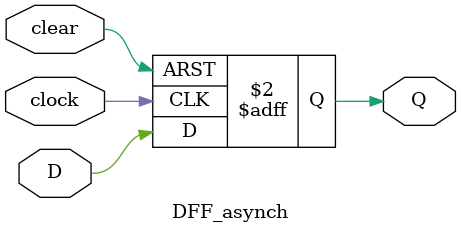
<source format=v>
module DFF_sync (
    input D,clock, clear,
    output reg Q
);

    always @(posedge clock)
    begin
        if(clear) // Resetting if clear is set and clock edge is positive
        Q = 1'b0;
        else
        Q = D; // Setting the value of output
    end
endmodule

// Positive edge triggered D flip-flop with asynchronous reset
module DFF_asynch (
    input D,clock,clear,
    output reg Q
);
    always @(posedge clock or posedge clear)
    begin        
        if (clear) // Resetting if clear is set
            Q = 1'b0;
        else
            Q = D; // Setting the value of output
    end
endmodule
</source>
